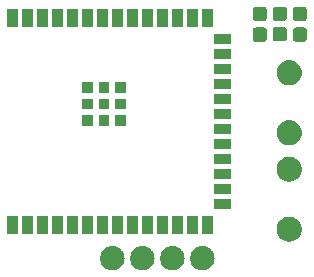
<source format=gbs>
G04 #@! TF.GenerationSoftware,KiCad,Pcbnew,8.0.1*
G04 #@! TF.CreationDate,2024-05-29T02:23:11-05:00*
G04 #@! TF.ProjectId,dsi_esp,6473695f-6573-4702-9e6b-696361645f70,1.0*
G04 #@! TF.SameCoordinates,Original*
G04 #@! TF.FileFunction,Soldermask,Bot*
G04 #@! TF.FilePolarity,Negative*
%FSLAX46Y46*%
G04 Gerber Fmt 4.6, Leading zero omitted, Abs format (unit mm)*
G04 Created by KiCad (PCBNEW 8.0.1) date 2024-05-29 02:23:11*
%MOMM*%
%LPD*%
G01*
G04 APERTURE LIST*
G04 APERTURE END LIST*
G36*
X126270523Y-62463576D02*
G01*
X126316037Y-62463576D01*
X126366723Y-62473050D01*
X126423167Y-62478610D01*
X126466046Y-62491617D01*
X126504850Y-62498871D01*
X126558597Y-62519692D01*
X126618527Y-62537872D01*
X126652764Y-62556172D01*
X126683951Y-62568254D01*
X126738140Y-62601807D01*
X126798571Y-62634108D01*
X126823962Y-62654946D01*
X126847259Y-62669371D01*
X126898876Y-62716426D01*
X126956381Y-62763619D01*
X126973421Y-62784382D01*
X126989209Y-62798775D01*
X127035042Y-62859468D01*
X127085892Y-62921429D01*
X127095725Y-62939826D01*
X127104961Y-62952056D01*
X127141700Y-63025839D01*
X127182128Y-63101473D01*
X127186440Y-63115687D01*
X127190577Y-63123996D01*
X127215017Y-63209894D01*
X127241390Y-63296833D01*
X127242256Y-63305628D01*
X127243141Y-63308738D01*
X127252340Y-63408013D01*
X127261400Y-63500000D01*
X127252339Y-63591994D01*
X127243141Y-63691261D01*
X127242256Y-63694369D01*
X127241390Y-63703167D01*
X127215012Y-63790120D01*
X127190577Y-63876003D01*
X127186440Y-63884309D01*
X127182128Y-63898527D01*
X127141693Y-63974174D01*
X127104961Y-64047943D01*
X127095727Y-64060170D01*
X127085892Y-64078571D01*
X127035032Y-64140543D01*
X126989209Y-64201224D01*
X126973424Y-64215613D01*
X126956381Y-64236381D01*
X126898865Y-64283582D01*
X126847259Y-64330628D01*
X126823967Y-64345049D01*
X126798571Y-64365892D01*
X126738128Y-64398199D01*
X126683951Y-64431745D01*
X126652771Y-64443823D01*
X126618527Y-64462128D01*
X126558585Y-64480311D01*
X126504850Y-64501128D01*
X126466053Y-64508380D01*
X126423167Y-64521390D01*
X126366720Y-64526949D01*
X126316037Y-64536424D01*
X126270523Y-64536424D01*
X126220000Y-64541400D01*
X126169477Y-64536424D01*
X126123963Y-64536424D01*
X126073279Y-64526949D01*
X126016833Y-64521390D01*
X125973947Y-64508380D01*
X125935149Y-64501128D01*
X125881410Y-64480309D01*
X125821473Y-64462128D01*
X125787230Y-64443825D01*
X125756048Y-64431745D01*
X125701863Y-64398195D01*
X125641429Y-64365892D01*
X125616035Y-64345051D01*
X125592740Y-64330628D01*
X125541124Y-64283574D01*
X125483619Y-64236381D01*
X125466578Y-64215617D01*
X125450790Y-64201224D01*
X125404954Y-64140528D01*
X125354108Y-64078571D01*
X125344274Y-64060174D01*
X125335038Y-64047943D01*
X125298291Y-63974147D01*
X125257872Y-63898527D01*
X125253560Y-63884314D01*
X125249422Y-63876003D01*
X125224971Y-63790067D01*
X125198610Y-63703167D01*
X125197744Y-63694375D01*
X125196858Y-63691261D01*
X125187643Y-63591822D01*
X125178600Y-63500000D01*
X125187642Y-63408185D01*
X125196858Y-63308738D01*
X125197744Y-63305623D01*
X125198610Y-63296833D01*
X125224966Y-63209947D01*
X125249422Y-63123996D01*
X125253561Y-63115682D01*
X125257872Y-63101473D01*
X125298284Y-63025866D01*
X125335038Y-62952056D01*
X125344276Y-62939821D01*
X125354108Y-62921429D01*
X125404945Y-62859483D01*
X125450790Y-62798775D01*
X125466581Y-62784378D01*
X125483619Y-62763619D01*
X125541113Y-62716434D01*
X125592740Y-62669371D01*
X125616040Y-62654943D01*
X125641429Y-62634108D01*
X125701851Y-62601811D01*
X125756048Y-62568254D01*
X125787237Y-62556171D01*
X125821473Y-62537872D01*
X125881398Y-62519693D01*
X125935149Y-62498871D01*
X125973954Y-62491617D01*
X126016833Y-62478610D01*
X126073276Y-62473050D01*
X126123963Y-62463576D01*
X126169477Y-62463576D01*
X126220000Y-62458600D01*
X126270523Y-62463576D01*
G37*
G36*
X128810523Y-62463576D02*
G01*
X128856037Y-62463576D01*
X128906723Y-62473050D01*
X128963167Y-62478610D01*
X129006046Y-62491617D01*
X129044850Y-62498871D01*
X129098597Y-62519692D01*
X129158527Y-62537872D01*
X129192764Y-62556172D01*
X129223951Y-62568254D01*
X129278140Y-62601807D01*
X129338571Y-62634108D01*
X129363962Y-62654946D01*
X129387259Y-62669371D01*
X129438876Y-62716426D01*
X129496381Y-62763619D01*
X129513421Y-62784382D01*
X129529209Y-62798775D01*
X129575042Y-62859468D01*
X129625892Y-62921429D01*
X129635725Y-62939826D01*
X129644961Y-62952056D01*
X129681700Y-63025839D01*
X129722128Y-63101473D01*
X129726440Y-63115687D01*
X129730577Y-63123996D01*
X129755017Y-63209894D01*
X129781390Y-63296833D01*
X129782256Y-63305628D01*
X129783141Y-63308738D01*
X129792340Y-63408013D01*
X129801400Y-63500000D01*
X129792339Y-63591994D01*
X129783141Y-63691261D01*
X129782256Y-63694369D01*
X129781390Y-63703167D01*
X129755012Y-63790120D01*
X129730577Y-63876003D01*
X129726440Y-63884309D01*
X129722128Y-63898527D01*
X129681693Y-63974174D01*
X129644961Y-64047943D01*
X129635727Y-64060170D01*
X129625892Y-64078571D01*
X129575032Y-64140543D01*
X129529209Y-64201224D01*
X129513424Y-64215613D01*
X129496381Y-64236381D01*
X129438865Y-64283582D01*
X129387259Y-64330628D01*
X129363967Y-64345049D01*
X129338571Y-64365892D01*
X129278128Y-64398199D01*
X129223951Y-64431745D01*
X129192771Y-64443823D01*
X129158527Y-64462128D01*
X129098585Y-64480311D01*
X129044850Y-64501128D01*
X129006053Y-64508380D01*
X128963167Y-64521390D01*
X128906720Y-64526949D01*
X128856037Y-64536424D01*
X128810523Y-64536424D01*
X128760000Y-64541400D01*
X128709477Y-64536424D01*
X128663963Y-64536424D01*
X128613279Y-64526949D01*
X128556833Y-64521390D01*
X128513947Y-64508380D01*
X128475149Y-64501128D01*
X128421410Y-64480309D01*
X128361473Y-64462128D01*
X128327230Y-64443825D01*
X128296048Y-64431745D01*
X128241863Y-64398195D01*
X128181429Y-64365892D01*
X128156035Y-64345051D01*
X128132740Y-64330628D01*
X128081124Y-64283574D01*
X128023619Y-64236381D01*
X128006578Y-64215617D01*
X127990790Y-64201224D01*
X127944954Y-64140528D01*
X127894108Y-64078571D01*
X127884274Y-64060174D01*
X127875038Y-64047943D01*
X127838291Y-63974147D01*
X127797872Y-63898527D01*
X127793560Y-63884314D01*
X127789422Y-63876003D01*
X127764971Y-63790067D01*
X127738610Y-63703167D01*
X127737744Y-63694375D01*
X127736858Y-63691261D01*
X127727643Y-63591822D01*
X127718600Y-63500000D01*
X127727642Y-63408185D01*
X127736858Y-63308738D01*
X127737744Y-63305623D01*
X127738610Y-63296833D01*
X127764966Y-63209947D01*
X127789422Y-63123996D01*
X127793561Y-63115682D01*
X127797872Y-63101473D01*
X127838284Y-63025866D01*
X127875038Y-62952056D01*
X127884276Y-62939821D01*
X127894108Y-62921429D01*
X127944945Y-62859483D01*
X127990790Y-62798775D01*
X128006581Y-62784378D01*
X128023619Y-62763619D01*
X128081113Y-62716434D01*
X128132740Y-62669371D01*
X128156040Y-62654943D01*
X128181429Y-62634108D01*
X128241851Y-62601811D01*
X128296048Y-62568254D01*
X128327237Y-62556171D01*
X128361473Y-62537872D01*
X128421398Y-62519693D01*
X128475149Y-62498871D01*
X128513954Y-62491617D01*
X128556833Y-62478610D01*
X128613276Y-62473050D01*
X128663963Y-62463576D01*
X128709477Y-62463576D01*
X128760000Y-62458600D01*
X128810523Y-62463576D01*
G37*
G36*
X131350523Y-62463576D02*
G01*
X131396037Y-62463576D01*
X131446723Y-62473050D01*
X131503167Y-62478610D01*
X131546046Y-62491617D01*
X131584850Y-62498871D01*
X131638597Y-62519692D01*
X131698527Y-62537872D01*
X131732764Y-62556172D01*
X131763951Y-62568254D01*
X131818140Y-62601807D01*
X131878571Y-62634108D01*
X131903962Y-62654946D01*
X131927259Y-62669371D01*
X131978876Y-62716426D01*
X132036381Y-62763619D01*
X132053421Y-62784382D01*
X132069209Y-62798775D01*
X132115042Y-62859468D01*
X132165892Y-62921429D01*
X132175725Y-62939826D01*
X132184961Y-62952056D01*
X132221700Y-63025839D01*
X132262128Y-63101473D01*
X132266440Y-63115687D01*
X132270577Y-63123996D01*
X132295017Y-63209894D01*
X132321390Y-63296833D01*
X132322256Y-63305628D01*
X132323141Y-63308738D01*
X132332340Y-63408013D01*
X132341400Y-63500000D01*
X132332339Y-63591994D01*
X132323141Y-63691261D01*
X132322256Y-63694369D01*
X132321390Y-63703167D01*
X132295012Y-63790120D01*
X132270577Y-63876003D01*
X132266440Y-63884309D01*
X132262128Y-63898527D01*
X132221693Y-63974174D01*
X132184961Y-64047943D01*
X132175727Y-64060170D01*
X132165892Y-64078571D01*
X132115032Y-64140543D01*
X132069209Y-64201224D01*
X132053424Y-64215613D01*
X132036381Y-64236381D01*
X131978865Y-64283582D01*
X131927259Y-64330628D01*
X131903967Y-64345049D01*
X131878571Y-64365892D01*
X131818128Y-64398199D01*
X131763951Y-64431745D01*
X131732771Y-64443823D01*
X131698527Y-64462128D01*
X131638585Y-64480311D01*
X131584850Y-64501128D01*
X131546053Y-64508380D01*
X131503167Y-64521390D01*
X131446720Y-64526949D01*
X131396037Y-64536424D01*
X131350523Y-64536424D01*
X131300000Y-64541400D01*
X131249477Y-64536424D01*
X131203963Y-64536424D01*
X131153279Y-64526949D01*
X131096833Y-64521390D01*
X131053947Y-64508380D01*
X131015149Y-64501128D01*
X130961410Y-64480309D01*
X130901473Y-64462128D01*
X130867230Y-64443825D01*
X130836048Y-64431745D01*
X130781863Y-64398195D01*
X130721429Y-64365892D01*
X130696035Y-64345051D01*
X130672740Y-64330628D01*
X130621124Y-64283574D01*
X130563619Y-64236381D01*
X130546578Y-64215617D01*
X130530790Y-64201224D01*
X130484954Y-64140528D01*
X130434108Y-64078571D01*
X130424274Y-64060174D01*
X130415038Y-64047943D01*
X130378291Y-63974147D01*
X130337872Y-63898527D01*
X130333560Y-63884314D01*
X130329422Y-63876003D01*
X130304971Y-63790067D01*
X130278610Y-63703167D01*
X130277744Y-63694375D01*
X130276858Y-63691261D01*
X130267643Y-63591822D01*
X130258600Y-63500000D01*
X130267642Y-63408185D01*
X130276858Y-63308738D01*
X130277744Y-63305623D01*
X130278610Y-63296833D01*
X130304966Y-63209947D01*
X130329422Y-63123996D01*
X130333561Y-63115682D01*
X130337872Y-63101473D01*
X130378284Y-63025866D01*
X130415038Y-62952056D01*
X130424276Y-62939821D01*
X130434108Y-62921429D01*
X130484945Y-62859483D01*
X130530790Y-62798775D01*
X130546581Y-62784378D01*
X130563619Y-62763619D01*
X130621113Y-62716434D01*
X130672740Y-62669371D01*
X130696040Y-62654943D01*
X130721429Y-62634108D01*
X130781851Y-62601811D01*
X130836048Y-62568254D01*
X130867237Y-62556171D01*
X130901473Y-62537872D01*
X130961398Y-62519693D01*
X131015149Y-62498871D01*
X131053954Y-62491617D01*
X131096833Y-62478610D01*
X131153276Y-62473050D01*
X131203963Y-62463576D01*
X131249477Y-62463576D01*
X131300000Y-62458600D01*
X131350523Y-62463576D01*
G37*
G36*
X133890523Y-62463576D02*
G01*
X133936037Y-62463576D01*
X133986723Y-62473050D01*
X134043167Y-62478610D01*
X134086046Y-62491617D01*
X134124850Y-62498871D01*
X134178597Y-62519692D01*
X134238527Y-62537872D01*
X134272764Y-62556172D01*
X134303951Y-62568254D01*
X134358140Y-62601807D01*
X134418571Y-62634108D01*
X134443962Y-62654946D01*
X134467259Y-62669371D01*
X134518876Y-62716426D01*
X134576381Y-62763619D01*
X134593421Y-62784382D01*
X134609209Y-62798775D01*
X134655042Y-62859468D01*
X134705892Y-62921429D01*
X134715725Y-62939826D01*
X134724961Y-62952056D01*
X134761700Y-63025839D01*
X134802128Y-63101473D01*
X134806440Y-63115687D01*
X134810577Y-63123996D01*
X134835017Y-63209894D01*
X134861390Y-63296833D01*
X134862256Y-63305628D01*
X134863141Y-63308738D01*
X134872340Y-63408013D01*
X134881400Y-63500000D01*
X134872339Y-63591994D01*
X134863141Y-63691261D01*
X134862256Y-63694369D01*
X134861390Y-63703167D01*
X134835012Y-63790120D01*
X134810577Y-63876003D01*
X134806440Y-63884309D01*
X134802128Y-63898527D01*
X134761693Y-63974174D01*
X134724961Y-64047943D01*
X134715727Y-64060170D01*
X134705892Y-64078571D01*
X134655032Y-64140543D01*
X134609209Y-64201224D01*
X134593424Y-64215613D01*
X134576381Y-64236381D01*
X134518865Y-64283582D01*
X134467259Y-64330628D01*
X134443967Y-64345049D01*
X134418571Y-64365892D01*
X134358128Y-64398199D01*
X134303951Y-64431745D01*
X134272771Y-64443823D01*
X134238527Y-64462128D01*
X134178585Y-64480311D01*
X134124850Y-64501128D01*
X134086053Y-64508380D01*
X134043167Y-64521390D01*
X133986720Y-64526949D01*
X133936037Y-64536424D01*
X133890523Y-64536424D01*
X133840000Y-64541400D01*
X133789477Y-64536424D01*
X133743963Y-64536424D01*
X133693279Y-64526949D01*
X133636833Y-64521390D01*
X133593947Y-64508380D01*
X133555149Y-64501128D01*
X133501410Y-64480309D01*
X133441473Y-64462128D01*
X133407230Y-64443825D01*
X133376048Y-64431745D01*
X133321863Y-64398195D01*
X133261429Y-64365892D01*
X133236035Y-64345051D01*
X133212740Y-64330628D01*
X133161124Y-64283574D01*
X133103619Y-64236381D01*
X133086578Y-64215617D01*
X133070790Y-64201224D01*
X133024954Y-64140528D01*
X132974108Y-64078571D01*
X132964274Y-64060174D01*
X132955038Y-64047943D01*
X132918291Y-63974147D01*
X132877872Y-63898527D01*
X132873560Y-63884314D01*
X132869422Y-63876003D01*
X132844971Y-63790067D01*
X132818610Y-63703167D01*
X132817744Y-63694375D01*
X132816858Y-63691261D01*
X132807643Y-63591822D01*
X132798600Y-63500000D01*
X132807642Y-63408185D01*
X132816858Y-63308738D01*
X132817744Y-63305623D01*
X132818610Y-63296833D01*
X132844966Y-63209947D01*
X132869422Y-63123996D01*
X132873561Y-63115682D01*
X132877872Y-63101473D01*
X132918284Y-63025866D01*
X132955038Y-62952056D01*
X132964276Y-62939821D01*
X132974108Y-62921429D01*
X133024945Y-62859483D01*
X133070790Y-62798775D01*
X133086581Y-62784378D01*
X133103619Y-62763619D01*
X133161113Y-62716434D01*
X133212740Y-62669371D01*
X133236040Y-62654943D01*
X133261429Y-62634108D01*
X133321851Y-62601811D01*
X133376048Y-62568254D01*
X133407237Y-62556171D01*
X133441473Y-62537872D01*
X133501398Y-62519693D01*
X133555149Y-62498871D01*
X133593954Y-62491617D01*
X133636833Y-62478610D01*
X133693276Y-62473050D01*
X133743963Y-62463576D01*
X133789477Y-62463576D01*
X133840000Y-62458600D01*
X133890523Y-62463576D01*
G37*
G36*
X141251619Y-59978284D02*
G01*
X141298381Y-59978284D01*
X141350458Y-59988018D01*
X141408122Y-59993698D01*
X141451926Y-60006985D01*
X141491798Y-60014439D01*
X141547020Y-60035832D01*
X141608247Y-60054405D01*
X141643229Y-60073103D01*
X141675275Y-60085518D01*
X141730957Y-60119995D01*
X141792682Y-60152988D01*
X141818617Y-60174272D01*
X141842566Y-60189101D01*
X141895625Y-60237470D01*
X141954342Y-60285658D01*
X141971742Y-60306860D01*
X141987980Y-60321663D01*
X142035122Y-60384090D01*
X142087012Y-60447318D01*
X142097046Y-60466090D01*
X142106554Y-60478681D01*
X142144372Y-60554631D01*
X142185595Y-60631753D01*
X142189992Y-60646249D01*
X142194262Y-60654824D01*
X142219488Y-60743484D01*
X142246302Y-60831878D01*
X142247182Y-60840819D01*
X142248108Y-60844072D01*
X142257735Y-60947960D01*
X142266800Y-61040000D01*
X142257734Y-61132046D01*
X142248108Y-61235927D01*
X142247182Y-61239178D01*
X142246302Y-61248122D01*
X142219483Y-61336531D01*
X142194262Y-61425175D01*
X142189993Y-61433747D01*
X142185595Y-61448247D01*
X142144365Y-61525382D01*
X142106554Y-61601318D01*
X142097048Y-61613905D01*
X142087012Y-61632682D01*
X142035113Y-61695921D01*
X141987980Y-61758336D01*
X141971745Y-61773135D01*
X141954342Y-61794342D01*
X141895614Y-61842538D01*
X141842566Y-61890898D01*
X141818622Y-61905723D01*
X141792682Y-61927012D01*
X141730945Y-61960010D01*
X141675275Y-61994481D01*
X141643235Y-62006892D01*
X141608247Y-62025595D01*
X141547008Y-62044171D01*
X141491798Y-62065560D01*
X141451933Y-62073011D01*
X141408122Y-62086302D01*
X141350455Y-62091981D01*
X141298381Y-62101716D01*
X141251619Y-62101716D01*
X141200000Y-62106800D01*
X141148381Y-62101716D01*
X141101619Y-62101716D01*
X141049544Y-62091981D01*
X140991878Y-62086302D01*
X140948067Y-62073012D01*
X140908201Y-62065560D01*
X140852986Y-62044169D01*
X140791753Y-62025595D01*
X140756766Y-62006894D01*
X140724724Y-61994481D01*
X140669046Y-61960006D01*
X140607318Y-61927012D01*
X140581380Y-61905725D01*
X140557433Y-61890898D01*
X140504375Y-61842530D01*
X140445658Y-61794342D01*
X140428257Y-61773139D01*
X140412019Y-61758336D01*
X140364874Y-61695906D01*
X140312988Y-61632682D01*
X140302954Y-61613910D01*
X140293445Y-61601318D01*
X140255620Y-61525354D01*
X140214405Y-61448247D01*
X140210008Y-61433753D01*
X140205737Y-61425175D01*
X140180500Y-61336477D01*
X140153698Y-61248122D01*
X140152817Y-61239183D01*
X140151891Y-61235927D01*
X140142248Y-61131874D01*
X140133200Y-61040000D01*
X140142248Y-60948132D01*
X140151891Y-60844072D01*
X140152817Y-60840814D01*
X140153698Y-60831878D01*
X140180495Y-60743537D01*
X140205737Y-60654824D01*
X140210009Y-60646244D01*
X140214405Y-60631753D01*
X140255612Y-60554658D01*
X140293445Y-60478681D01*
X140302956Y-60466086D01*
X140312988Y-60447318D01*
X140364864Y-60384105D01*
X140412019Y-60321663D01*
X140428260Y-60306856D01*
X140445658Y-60285658D01*
X140504364Y-60237478D01*
X140557433Y-60189101D01*
X140581385Y-60174270D01*
X140607318Y-60152988D01*
X140669035Y-60119999D01*
X140724724Y-60085518D01*
X140756773Y-60073102D01*
X140791753Y-60054405D01*
X140852974Y-60035833D01*
X140908201Y-60014439D01*
X140948074Y-60006985D01*
X140991878Y-59993698D01*
X141049541Y-59988018D01*
X141101619Y-59978284D01*
X141148381Y-59978284D01*
X141200000Y-59973200D01*
X141251619Y-59978284D01*
G37*
G36*
X118250000Y-61450000D02*
G01*
X117350000Y-61450000D01*
X117350000Y-59950000D01*
X118250000Y-59950000D01*
X118250000Y-61450000D01*
G37*
G36*
X119520000Y-61450000D02*
G01*
X118620000Y-61450000D01*
X118620000Y-59950000D01*
X119520000Y-59950000D01*
X119520000Y-61450000D01*
G37*
G36*
X120790000Y-61450000D02*
G01*
X119890000Y-61450000D01*
X119890000Y-59950000D01*
X120790000Y-59950000D01*
X120790000Y-61450000D01*
G37*
G36*
X122060000Y-61450000D02*
G01*
X121160000Y-61450000D01*
X121160000Y-59950000D01*
X122060000Y-59950000D01*
X122060000Y-61450000D01*
G37*
G36*
X123330000Y-61450000D02*
G01*
X122430000Y-61450000D01*
X122430000Y-59950000D01*
X123330000Y-59950000D01*
X123330000Y-61450000D01*
G37*
G36*
X124600000Y-61450000D02*
G01*
X123700000Y-61450000D01*
X123700000Y-59950000D01*
X124600000Y-59950000D01*
X124600000Y-61450000D01*
G37*
G36*
X125870000Y-61450000D02*
G01*
X124970000Y-61450000D01*
X124970000Y-59950000D01*
X125870000Y-59950000D01*
X125870000Y-61450000D01*
G37*
G36*
X127140000Y-61450000D02*
G01*
X126240000Y-61450000D01*
X126240000Y-59950000D01*
X127140000Y-59950000D01*
X127140000Y-61450000D01*
G37*
G36*
X128410000Y-61450000D02*
G01*
X127510000Y-61450000D01*
X127510000Y-59950000D01*
X128410000Y-59950000D01*
X128410000Y-61450000D01*
G37*
G36*
X129680000Y-61450000D02*
G01*
X128780000Y-61450000D01*
X128780000Y-59950000D01*
X129680000Y-59950000D01*
X129680000Y-61450000D01*
G37*
G36*
X130950000Y-61450000D02*
G01*
X130050000Y-61450000D01*
X130050000Y-59950000D01*
X130950000Y-59950000D01*
X130950000Y-61450000D01*
G37*
G36*
X132220000Y-61450000D02*
G01*
X131320000Y-61450000D01*
X131320000Y-59950000D01*
X132220000Y-59950000D01*
X132220000Y-61450000D01*
G37*
G36*
X133490000Y-61450000D02*
G01*
X132590000Y-61450000D01*
X132590000Y-59950000D01*
X133490000Y-59950000D01*
X133490000Y-61450000D01*
G37*
G36*
X134760000Y-61450000D02*
G01*
X133860000Y-61450000D01*
X133860000Y-59950000D01*
X134760000Y-59950000D01*
X134760000Y-61450000D01*
G37*
G36*
X136310000Y-59385000D02*
G01*
X134810000Y-59385000D01*
X134810000Y-58485000D01*
X136310000Y-58485000D01*
X136310000Y-59385000D01*
G37*
G36*
X136310000Y-58115000D02*
G01*
X134810000Y-58115000D01*
X134810000Y-57215000D01*
X136310000Y-57215000D01*
X136310000Y-58115000D01*
G37*
G36*
X141251619Y-54898284D02*
G01*
X141298381Y-54898284D01*
X141350458Y-54908018D01*
X141408122Y-54913698D01*
X141451926Y-54926985D01*
X141491798Y-54934439D01*
X141547020Y-54955832D01*
X141608247Y-54974405D01*
X141643229Y-54993103D01*
X141675275Y-55005518D01*
X141730957Y-55039995D01*
X141792682Y-55072988D01*
X141818617Y-55094272D01*
X141842566Y-55109101D01*
X141895625Y-55157470D01*
X141954342Y-55205658D01*
X141971742Y-55226860D01*
X141987980Y-55241663D01*
X142035122Y-55304090D01*
X142087012Y-55367318D01*
X142097046Y-55386090D01*
X142106554Y-55398681D01*
X142144372Y-55474631D01*
X142185595Y-55551753D01*
X142189992Y-55566249D01*
X142194262Y-55574824D01*
X142219488Y-55663484D01*
X142246302Y-55751878D01*
X142247182Y-55760819D01*
X142248108Y-55764072D01*
X142257735Y-55867960D01*
X142266800Y-55960000D01*
X142257734Y-56052046D01*
X142248108Y-56155927D01*
X142247182Y-56159178D01*
X142246302Y-56168122D01*
X142219483Y-56256531D01*
X142194262Y-56345175D01*
X142189993Y-56353747D01*
X142185595Y-56368247D01*
X142144365Y-56445382D01*
X142106554Y-56521318D01*
X142097048Y-56533905D01*
X142087012Y-56552682D01*
X142035113Y-56615921D01*
X141987980Y-56678336D01*
X141971745Y-56693135D01*
X141954342Y-56714342D01*
X141895614Y-56762538D01*
X141842566Y-56810898D01*
X141818622Y-56825723D01*
X141792682Y-56847012D01*
X141730945Y-56880010D01*
X141675275Y-56914481D01*
X141643235Y-56926892D01*
X141608247Y-56945595D01*
X141547008Y-56964171D01*
X141491798Y-56985560D01*
X141451933Y-56993011D01*
X141408122Y-57006302D01*
X141350455Y-57011981D01*
X141298381Y-57021716D01*
X141251619Y-57021716D01*
X141200000Y-57026800D01*
X141148381Y-57021716D01*
X141101619Y-57021716D01*
X141049544Y-57011981D01*
X140991878Y-57006302D01*
X140948067Y-56993012D01*
X140908201Y-56985560D01*
X140852986Y-56964169D01*
X140791753Y-56945595D01*
X140756766Y-56926894D01*
X140724724Y-56914481D01*
X140669046Y-56880006D01*
X140607318Y-56847012D01*
X140581380Y-56825725D01*
X140557433Y-56810898D01*
X140504375Y-56762530D01*
X140445658Y-56714342D01*
X140428257Y-56693139D01*
X140412019Y-56678336D01*
X140364874Y-56615906D01*
X140312988Y-56552682D01*
X140302954Y-56533910D01*
X140293445Y-56521318D01*
X140255620Y-56445354D01*
X140214405Y-56368247D01*
X140210008Y-56353753D01*
X140205737Y-56345175D01*
X140180500Y-56256477D01*
X140153698Y-56168122D01*
X140152817Y-56159183D01*
X140151891Y-56155927D01*
X140142248Y-56051874D01*
X140133200Y-55960000D01*
X140142248Y-55868132D01*
X140151891Y-55764072D01*
X140152817Y-55760814D01*
X140153698Y-55751878D01*
X140180495Y-55663537D01*
X140205737Y-55574824D01*
X140210009Y-55566244D01*
X140214405Y-55551753D01*
X140255612Y-55474658D01*
X140293445Y-55398681D01*
X140302956Y-55386086D01*
X140312988Y-55367318D01*
X140364864Y-55304105D01*
X140412019Y-55241663D01*
X140428260Y-55226856D01*
X140445658Y-55205658D01*
X140504364Y-55157478D01*
X140557433Y-55109101D01*
X140581385Y-55094270D01*
X140607318Y-55072988D01*
X140669035Y-55039999D01*
X140724724Y-55005518D01*
X140756773Y-54993102D01*
X140791753Y-54974405D01*
X140852974Y-54955833D01*
X140908201Y-54934439D01*
X140948074Y-54926985D01*
X140991878Y-54913698D01*
X141049541Y-54908018D01*
X141101619Y-54898284D01*
X141148381Y-54898284D01*
X141200000Y-54893200D01*
X141251619Y-54898284D01*
G37*
G36*
X136310000Y-56845000D02*
G01*
X134810000Y-56845000D01*
X134810000Y-55945000D01*
X136310000Y-55945000D01*
X136310000Y-56845000D01*
G37*
G36*
X136310000Y-55575000D02*
G01*
X134810000Y-55575000D01*
X134810000Y-54675000D01*
X136310000Y-54675000D01*
X136310000Y-55575000D01*
G37*
G36*
X136310000Y-54305000D02*
G01*
X134810000Y-54305000D01*
X134810000Y-53405000D01*
X136310000Y-53405000D01*
X136310000Y-54305000D01*
G37*
G36*
X141251619Y-51818284D02*
G01*
X141298381Y-51818284D01*
X141350458Y-51828018D01*
X141408122Y-51833698D01*
X141451926Y-51846985D01*
X141491798Y-51854439D01*
X141547020Y-51875832D01*
X141608247Y-51894405D01*
X141643229Y-51913103D01*
X141675275Y-51925518D01*
X141730957Y-51959995D01*
X141792682Y-51992988D01*
X141818617Y-52014272D01*
X141842566Y-52029101D01*
X141895625Y-52077470D01*
X141954342Y-52125658D01*
X141971742Y-52146860D01*
X141987980Y-52161663D01*
X142035122Y-52224090D01*
X142087012Y-52287318D01*
X142097046Y-52306090D01*
X142106554Y-52318681D01*
X142144372Y-52394631D01*
X142185595Y-52471753D01*
X142189992Y-52486249D01*
X142194262Y-52494824D01*
X142219488Y-52583484D01*
X142246302Y-52671878D01*
X142247182Y-52680819D01*
X142248108Y-52684072D01*
X142257735Y-52787960D01*
X142266800Y-52880000D01*
X142257734Y-52972046D01*
X142248108Y-53075927D01*
X142247182Y-53079178D01*
X142246302Y-53088122D01*
X142219483Y-53176531D01*
X142194262Y-53265175D01*
X142189993Y-53273747D01*
X142185595Y-53288247D01*
X142144365Y-53365382D01*
X142106554Y-53441318D01*
X142097048Y-53453905D01*
X142087012Y-53472682D01*
X142035113Y-53535921D01*
X141987980Y-53598336D01*
X141971745Y-53613135D01*
X141954342Y-53634342D01*
X141895614Y-53682538D01*
X141842566Y-53730898D01*
X141818622Y-53745723D01*
X141792682Y-53767012D01*
X141730945Y-53800010D01*
X141675275Y-53834481D01*
X141643235Y-53846892D01*
X141608247Y-53865595D01*
X141547008Y-53884171D01*
X141491798Y-53905560D01*
X141451933Y-53913011D01*
X141408122Y-53926302D01*
X141350455Y-53931981D01*
X141298381Y-53941716D01*
X141251619Y-53941716D01*
X141200000Y-53946800D01*
X141148381Y-53941716D01*
X141101619Y-53941716D01*
X141049544Y-53931981D01*
X140991878Y-53926302D01*
X140948067Y-53913012D01*
X140908201Y-53905560D01*
X140852986Y-53884169D01*
X140791753Y-53865595D01*
X140756766Y-53846894D01*
X140724724Y-53834481D01*
X140669046Y-53800006D01*
X140607318Y-53767012D01*
X140581380Y-53745725D01*
X140557433Y-53730898D01*
X140504375Y-53682530D01*
X140445658Y-53634342D01*
X140428257Y-53613139D01*
X140412019Y-53598336D01*
X140364874Y-53535906D01*
X140312988Y-53472682D01*
X140302954Y-53453910D01*
X140293445Y-53441318D01*
X140255620Y-53365354D01*
X140214405Y-53288247D01*
X140210008Y-53273753D01*
X140205737Y-53265175D01*
X140180500Y-53176477D01*
X140153698Y-53088122D01*
X140152817Y-53079183D01*
X140151891Y-53075927D01*
X140142248Y-52971874D01*
X140133200Y-52880000D01*
X140142248Y-52788132D01*
X140151891Y-52684072D01*
X140152817Y-52680814D01*
X140153698Y-52671878D01*
X140180495Y-52583537D01*
X140205737Y-52494824D01*
X140210009Y-52486244D01*
X140214405Y-52471753D01*
X140255612Y-52394658D01*
X140293445Y-52318681D01*
X140302956Y-52306086D01*
X140312988Y-52287318D01*
X140364864Y-52224105D01*
X140412019Y-52161663D01*
X140428260Y-52146856D01*
X140445658Y-52125658D01*
X140504364Y-52077478D01*
X140557433Y-52029101D01*
X140581385Y-52014270D01*
X140607318Y-51992988D01*
X140669035Y-51959999D01*
X140724724Y-51925518D01*
X140756773Y-51913102D01*
X140791753Y-51894405D01*
X140852974Y-51875833D01*
X140908201Y-51854439D01*
X140948074Y-51846985D01*
X140991878Y-51833698D01*
X141049541Y-51828018D01*
X141101619Y-51818284D01*
X141148381Y-51818284D01*
X141200000Y-51813200D01*
X141251619Y-51818284D01*
G37*
G36*
X136310000Y-53035000D02*
G01*
X134810000Y-53035000D01*
X134810000Y-52135000D01*
X136310000Y-52135000D01*
X136310000Y-53035000D01*
G37*
G36*
X124570000Y-52300000D02*
G01*
X123670000Y-52300000D01*
X123670000Y-51400000D01*
X124570000Y-51400000D01*
X124570000Y-52300000D01*
G37*
G36*
X125970000Y-52300000D02*
G01*
X125070000Y-52300000D01*
X125070000Y-51400000D01*
X125970000Y-51400000D01*
X125970000Y-52300000D01*
G37*
G36*
X127370000Y-52300000D02*
G01*
X126470000Y-52300000D01*
X126470000Y-51400000D01*
X127370000Y-51400000D01*
X127370000Y-52300000D01*
G37*
G36*
X136310000Y-51765000D02*
G01*
X134810000Y-51765000D01*
X134810000Y-50865000D01*
X136310000Y-50865000D01*
X136310000Y-51765000D01*
G37*
G36*
X124570000Y-50900000D02*
G01*
X123670000Y-50900000D01*
X123670000Y-50000000D01*
X124570000Y-50000000D01*
X124570000Y-50900000D01*
G37*
G36*
X125970000Y-50900000D02*
G01*
X125070000Y-50900000D01*
X125070000Y-50000000D01*
X125970000Y-50000000D01*
X125970000Y-50900000D01*
G37*
G36*
X127370000Y-50900000D02*
G01*
X126470000Y-50900000D01*
X126470000Y-50000000D01*
X127370000Y-50000000D01*
X127370000Y-50900000D01*
G37*
G36*
X136310000Y-50495000D02*
G01*
X134810000Y-50495000D01*
X134810000Y-49595000D01*
X136310000Y-49595000D01*
X136310000Y-50495000D01*
G37*
G36*
X124570000Y-49500000D02*
G01*
X123670000Y-49500000D01*
X123670000Y-48600000D01*
X124570000Y-48600000D01*
X124570000Y-49500000D01*
G37*
G36*
X125970000Y-49500000D02*
G01*
X125070000Y-49500000D01*
X125070000Y-48600000D01*
X125970000Y-48600000D01*
X125970000Y-49500000D01*
G37*
G36*
X127370000Y-49500000D02*
G01*
X126470000Y-49500000D01*
X126470000Y-48600000D01*
X127370000Y-48600000D01*
X127370000Y-49500000D01*
G37*
G36*
X136310000Y-49225000D02*
G01*
X134810000Y-49225000D01*
X134810000Y-48325000D01*
X136310000Y-48325000D01*
X136310000Y-49225000D01*
G37*
G36*
X141251619Y-46738284D02*
G01*
X141298381Y-46738284D01*
X141350458Y-46748018D01*
X141408122Y-46753698D01*
X141451926Y-46766985D01*
X141491798Y-46774439D01*
X141547020Y-46795832D01*
X141608247Y-46814405D01*
X141643229Y-46833103D01*
X141675275Y-46845518D01*
X141730957Y-46879995D01*
X141792682Y-46912988D01*
X141818617Y-46934272D01*
X141842566Y-46949101D01*
X141895625Y-46997470D01*
X141954342Y-47045658D01*
X141971742Y-47066860D01*
X141987980Y-47081663D01*
X142035122Y-47144090D01*
X142087012Y-47207318D01*
X142097046Y-47226090D01*
X142106554Y-47238681D01*
X142144372Y-47314631D01*
X142185595Y-47391753D01*
X142189992Y-47406249D01*
X142194262Y-47414824D01*
X142219488Y-47503484D01*
X142246302Y-47591878D01*
X142247182Y-47600819D01*
X142248108Y-47604072D01*
X142257735Y-47707960D01*
X142266800Y-47800000D01*
X142257734Y-47892046D01*
X142248108Y-47995927D01*
X142247182Y-47999178D01*
X142246302Y-48008122D01*
X142219483Y-48096531D01*
X142194262Y-48185175D01*
X142189993Y-48193747D01*
X142185595Y-48208247D01*
X142144365Y-48285382D01*
X142106554Y-48361318D01*
X142097048Y-48373905D01*
X142087012Y-48392682D01*
X142035113Y-48455921D01*
X141987980Y-48518336D01*
X141971745Y-48533135D01*
X141954342Y-48554342D01*
X141895614Y-48602538D01*
X141842566Y-48650898D01*
X141818622Y-48665723D01*
X141792682Y-48687012D01*
X141730945Y-48720010D01*
X141675275Y-48754481D01*
X141643235Y-48766892D01*
X141608247Y-48785595D01*
X141547008Y-48804171D01*
X141491798Y-48825560D01*
X141451933Y-48833011D01*
X141408122Y-48846302D01*
X141350455Y-48851981D01*
X141298381Y-48861716D01*
X141251619Y-48861716D01*
X141200000Y-48866800D01*
X141148381Y-48861716D01*
X141101619Y-48861716D01*
X141049544Y-48851981D01*
X140991878Y-48846302D01*
X140948067Y-48833012D01*
X140908201Y-48825560D01*
X140852986Y-48804169D01*
X140791753Y-48785595D01*
X140756766Y-48766894D01*
X140724724Y-48754481D01*
X140669046Y-48720006D01*
X140607318Y-48687012D01*
X140581380Y-48665725D01*
X140557433Y-48650898D01*
X140504375Y-48602530D01*
X140445658Y-48554342D01*
X140428257Y-48533139D01*
X140412019Y-48518336D01*
X140364874Y-48455906D01*
X140312988Y-48392682D01*
X140302954Y-48373910D01*
X140293445Y-48361318D01*
X140255620Y-48285354D01*
X140214405Y-48208247D01*
X140210008Y-48193753D01*
X140205737Y-48185175D01*
X140180500Y-48096477D01*
X140153698Y-48008122D01*
X140152817Y-47999183D01*
X140151891Y-47995927D01*
X140142248Y-47891874D01*
X140133200Y-47800000D01*
X140142248Y-47708132D01*
X140151891Y-47604072D01*
X140152817Y-47600814D01*
X140153698Y-47591878D01*
X140180495Y-47503537D01*
X140205737Y-47414824D01*
X140210009Y-47406244D01*
X140214405Y-47391753D01*
X140255612Y-47314658D01*
X140293445Y-47238681D01*
X140302956Y-47226086D01*
X140312988Y-47207318D01*
X140364864Y-47144105D01*
X140412019Y-47081663D01*
X140428260Y-47066856D01*
X140445658Y-47045658D01*
X140504364Y-46997478D01*
X140557433Y-46949101D01*
X140581385Y-46934270D01*
X140607318Y-46912988D01*
X140669035Y-46879999D01*
X140724724Y-46845518D01*
X140756773Y-46833102D01*
X140791753Y-46814405D01*
X140852974Y-46795833D01*
X140908201Y-46774439D01*
X140948074Y-46766985D01*
X140991878Y-46753698D01*
X141049541Y-46748018D01*
X141101619Y-46738284D01*
X141148381Y-46738284D01*
X141200000Y-46733200D01*
X141251619Y-46738284D01*
G37*
G36*
X136310000Y-47955000D02*
G01*
X134810000Y-47955000D01*
X134810000Y-47055000D01*
X136310000Y-47055000D01*
X136310000Y-47955000D01*
G37*
G36*
X136310000Y-46685000D02*
G01*
X134810000Y-46685000D01*
X134810000Y-45785000D01*
X136310000Y-45785000D01*
X136310000Y-46685000D01*
G37*
G36*
X136310000Y-45415000D02*
G01*
X134810000Y-45415000D01*
X134810000Y-44515000D01*
X136310000Y-44515000D01*
X136310000Y-45415000D01*
G37*
G36*
X139074792Y-43980331D02*
G01*
X139120106Y-43986933D01*
X139128424Y-43990999D01*
X139146283Y-43994552D01*
X139175162Y-44013848D01*
X139195193Y-44023641D01*
X139206016Y-44034464D01*
X139227908Y-44049092D01*
X139242535Y-44070983D01*
X139253358Y-44081806D01*
X139263149Y-44101834D01*
X139282448Y-44130717D01*
X139286000Y-44148577D01*
X139290066Y-44156893D01*
X139296665Y-44202194D01*
X139301600Y-44227000D01*
X139301600Y-44927000D01*
X139296664Y-44951811D01*
X139290066Y-44997106D01*
X139286000Y-45005421D01*
X139282448Y-45023283D01*
X139263147Y-45052168D01*
X139253358Y-45072193D01*
X139242537Y-45083013D01*
X139227908Y-45104908D01*
X139206013Y-45119537D01*
X139195193Y-45130358D01*
X139175168Y-45140147D01*
X139146283Y-45159448D01*
X139128421Y-45163000D01*
X139120106Y-45167066D01*
X139074808Y-45173665D01*
X139050000Y-45178600D01*
X138350000Y-45178600D01*
X138325190Y-45173665D01*
X138279893Y-45167066D01*
X138271577Y-45163000D01*
X138253717Y-45159448D01*
X138224834Y-45140149D01*
X138204806Y-45130358D01*
X138193983Y-45119535D01*
X138172092Y-45104908D01*
X138157464Y-45083016D01*
X138146641Y-45072193D01*
X138136848Y-45052162D01*
X138117552Y-45023283D01*
X138113999Y-45005424D01*
X138109933Y-44997106D01*
X138103331Y-44951789D01*
X138098400Y-44927000D01*
X138098400Y-44227000D01*
X138103331Y-44202209D01*
X138109933Y-44156893D01*
X138114000Y-44148573D01*
X138117552Y-44130717D01*
X138136846Y-44101840D01*
X138146641Y-44081806D01*
X138157466Y-44070980D01*
X138172092Y-44049092D01*
X138193980Y-44034466D01*
X138204806Y-44023641D01*
X138224840Y-44013846D01*
X138253717Y-43994552D01*
X138271573Y-43991000D01*
X138279893Y-43986933D01*
X138325212Y-43980330D01*
X138350000Y-43975400D01*
X139050000Y-43975400D01*
X139074792Y-43980331D01*
G37*
G36*
X142474792Y-43980331D02*
G01*
X142520106Y-43986933D01*
X142528424Y-43990999D01*
X142546283Y-43994552D01*
X142575162Y-44013848D01*
X142595193Y-44023641D01*
X142606016Y-44034464D01*
X142627908Y-44049092D01*
X142642535Y-44070983D01*
X142653358Y-44081806D01*
X142663149Y-44101834D01*
X142682448Y-44130717D01*
X142686000Y-44148577D01*
X142690066Y-44156893D01*
X142696665Y-44202194D01*
X142701600Y-44227000D01*
X142701600Y-44927000D01*
X142696664Y-44951811D01*
X142690066Y-44997106D01*
X142686000Y-45005421D01*
X142682448Y-45023283D01*
X142663147Y-45052168D01*
X142653358Y-45072193D01*
X142642537Y-45083013D01*
X142627908Y-45104908D01*
X142606013Y-45119537D01*
X142595193Y-45130358D01*
X142575168Y-45140147D01*
X142546283Y-45159448D01*
X142528421Y-45163000D01*
X142520106Y-45167066D01*
X142474808Y-45173665D01*
X142450000Y-45178600D01*
X141750000Y-45178600D01*
X141725190Y-45173665D01*
X141679893Y-45167066D01*
X141671577Y-45163000D01*
X141653717Y-45159448D01*
X141624834Y-45140149D01*
X141604806Y-45130358D01*
X141593983Y-45119535D01*
X141572092Y-45104908D01*
X141557464Y-45083016D01*
X141546641Y-45072193D01*
X141536848Y-45052162D01*
X141517552Y-45023283D01*
X141513999Y-45005424D01*
X141509933Y-44997106D01*
X141503331Y-44951789D01*
X141498400Y-44927000D01*
X141498400Y-44227000D01*
X141503331Y-44202209D01*
X141509933Y-44156893D01*
X141514000Y-44148573D01*
X141517552Y-44130717D01*
X141536846Y-44101840D01*
X141546641Y-44081806D01*
X141557466Y-44070980D01*
X141572092Y-44049092D01*
X141593980Y-44034466D01*
X141604806Y-44023641D01*
X141624840Y-44013846D01*
X141653717Y-43994552D01*
X141671573Y-43991000D01*
X141679893Y-43986933D01*
X141725212Y-43980330D01*
X141750000Y-43975400D01*
X142450000Y-43975400D01*
X142474792Y-43980331D01*
G37*
G36*
X140774792Y-43957331D02*
G01*
X140820106Y-43963933D01*
X140828424Y-43967999D01*
X140846283Y-43971552D01*
X140875162Y-43990848D01*
X140895193Y-44000641D01*
X140906016Y-44011464D01*
X140927908Y-44026092D01*
X140942535Y-44047983D01*
X140953358Y-44058806D01*
X140963149Y-44078834D01*
X140982448Y-44107717D01*
X140986000Y-44125577D01*
X140990066Y-44133893D01*
X140996665Y-44179194D01*
X141001600Y-44204000D01*
X141001600Y-44904000D01*
X140996664Y-44928811D01*
X140990066Y-44974106D01*
X140986000Y-44982421D01*
X140982448Y-45000283D01*
X140963147Y-45029168D01*
X140953358Y-45049193D01*
X140942537Y-45060013D01*
X140927908Y-45081908D01*
X140906013Y-45096537D01*
X140895193Y-45107358D01*
X140875168Y-45117147D01*
X140846283Y-45136448D01*
X140828421Y-45140000D01*
X140820106Y-45144066D01*
X140774808Y-45150665D01*
X140750000Y-45155600D01*
X140050000Y-45155600D01*
X140025190Y-45150665D01*
X139979893Y-45144066D01*
X139971577Y-45140000D01*
X139953717Y-45136448D01*
X139924834Y-45117149D01*
X139904806Y-45107358D01*
X139893983Y-45096535D01*
X139872092Y-45081908D01*
X139857464Y-45060016D01*
X139846641Y-45049193D01*
X139836848Y-45029162D01*
X139817552Y-45000283D01*
X139813999Y-44982424D01*
X139809933Y-44974106D01*
X139803331Y-44928789D01*
X139798400Y-44904000D01*
X139798400Y-44204000D01*
X139803331Y-44179209D01*
X139809933Y-44133893D01*
X139814000Y-44125573D01*
X139817552Y-44107717D01*
X139836846Y-44078840D01*
X139846641Y-44058806D01*
X139857466Y-44047980D01*
X139872092Y-44026092D01*
X139893980Y-44011466D01*
X139904806Y-44000641D01*
X139924840Y-43990846D01*
X139953717Y-43971552D01*
X139971573Y-43968000D01*
X139979893Y-43963933D01*
X140025212Y-43957330D01*
X140050000Y-43952400D01*
X140750000Y-43952400D01*
X140774792Y-43957331D01*
G37*
G36*
X118250000Y-43950000D02*
G01*
X117350000Y-43950000D01*
X117350000Y-42450000D01*
X118250000Y-42450000D01*
X118250000Y-43950000D01*
G37*
G36*
X119520000Y-43950000D02*
G01*
X118620000Y-43950000D01*
X118620000Y-42450000D01*
X119520000Y-42450000D01*
X119520000Y-43950000D01*
G37*
G36*
X120790000Y-43950000D02*
G01*
X119890000Y-43950000D01*
X119890000Y-42450000D01*
X120790000Y-42450000D01*
X120790000Y-43950000D01*
G37*
G36*
X122060000Y-43950000D02*
G01*
X121160000Y-43950000D01*
X121160000Y-42450000D01*
X122060000Y-42450000D01*
X122060000Y-43950000D01*
G37*
G36*
X123330000Y-43950000D02*
G01*
X122430000Y-43950000D01*
X122430000Y-42450000D01*
X123330000Y-42450000D01*
X123330000Y-43950000D01*
G37*
G36*
X124600000Y-43950000D02*
G01*
X123700000Y-43950000D01*
X123700000Y-42450000D01*
X124600000Y-42450000D01*
X124600000Y-43950000D01*
G37*
G36*
X125870000Y-43950000D02*
G01*
X124970000Y-43950000D01*
X124970000Y-42450000D01*
X125870000Y-42450000D01*
X125870000Y-43950000D01*
G37*
G36*
X127140000Y-43950000D02*
G01*
X126240000Y-43950000D01*
X126240000Y-42450000D01*
X127140000Y-42450000D01*
X127140000Y-43950000D01*
G37*
G36*
X128410000Y-43950000D02*
G01*
X127510000Y-43950000D01*
X127510000Y-42450000D01*
X128410000Y-42450000D01*
X128410000Y-43950000D01*
G37*
G36*
X129680000Y-43950000D02*
G01*
X128780000Y-43950000D01*
X128780000Y-42450000D01*
X129680000Y-42450000D01*
X129680000Y-43950000D01*
G37*
G36*
X130950000Y-43950000D02*
G01*
X130050000Y-43950000D01*
X130050000Y-42450000D01*
X130950000Y-42450000D01*
X130950000Y-43950000D01*
G37*
G36*
X132220000Y-43950000D02*
G01*
X131320000Y-43950000D01*
X131320000Y-42450000D01*
X132220000Y-42450000D01*
X132220000Y-43950000D01*
G37*
G36*
X133490000Y-43950000D02*
G01*
X132590000Y-43950000D01*
X132590000Y-42450000D01*
X133490000Y-42450000D01*
X133490000Y-43950000D01*
G37*
G36*
X134760000Y-43950000D02*
G01*
X133860000Y-43950000D01*
X133860000Y-42450000D01*
X134760000Y-42450000D01*
X134760000Y-43950000D01*
G37*
G36*
X139074792Y-42226331D02*
G01*
X139120106Y-42232933D01*
X139128424Y-42236999D01*
X139146283Y-42240552D01*
X139175162Y-42259848D01*
X139195193Y-42269641D01*
X139206016Y-42280464D01*
X139227908Y-42295092D01*
X139242535Y-42316983D01*
X139253358Y-42327806D01*
X139263149Y-42347834D01*
X139282448Y-42376717D01*
X139286000Y-42394577D01*
X139290066Y-42402893D01*
X139296665Y-42448194D01*
X139301600Y-42473000D01*
X139301600Y-43173000D01*
X139296664Y-43197811D01*
X139290066Y-43243106D01*
X139286000Y-43251421D01*
X139282448Y-43269283D01*
X139263147Y-43298168D01*
X139253358Y-43318193D01*
X139242537Y-43329013D01*
X139227908Y-43350908D01*
X139206013Y-43365537D01*
X139195193Y-43376358D01*
X139175168Y-43386147D01*
X139146283Y-43405448D01*
X139128421Y-43409000D01*
X139120106Y-43413066D01*
X139074808Y-43419665D01*
X139050000Y-43424600D01*
X138350000Y-43424600D01*
X138325190Y-43419665D01*
X138279893Y-43413066D01*
X138271577Y-43409000D01*
X138253717Y-43405448D01*
X138224834Y-43386149D01*
X138204806Y-43376358D01*
X138193983Y-43365535D01*
X138172092Y-43350908D01*
X138157464Y-43329016D01*
X138146641Y-43318193D01*
X138136848Y-43298162D01*
X138117552Y-43269283D01*
X138113999Y-43251424D01*
X138109933Y-43243106D01*
X138103331Y-43197789D01*
X138098400Y-43173000D01*
X138098400Y-42473000D01*
X138103331Y-42448209D01*
X138109933Y-42402893D01*
X138114000Y-42394573D01*
X138117552Y-42376717D01*
X138136846Y-42347840D01*
X138146641Y-42327806D01*
X138157466Y-42316980D01*
X138172092Y-42295092D01*
X138193980Y-42280466D01*
X138204806Y-42269641D01*
X138224840Y-42259846D01*
X138253717Y-42240552D01*
X138271573Y-42237000D01*
X138279893Y-42232933D01*
X138325212Y-42226330D01*
X138350000Y-42221400D01*
X139050000Y-42221400D01*
X139074792Y-42226331D01*
G37*
G36*
X142474792Y-42226331D02*
G01*
X142520106Y-42232933D01*
X142528424Y-42236999D01*
X142546283Y-42240552D01*
X142575162Y-42259848D01*
X142595193Y-42269641D01*
X142606016Y-42280464D01*
X142627908Y-42295092D01*
X142642535Y-42316983D01*
X142653358Y-42327806D01*
X142663149Y-42347834D01*
X142682448Y-42376717D01*
X142686000Y-42394577D01*
X142690066Y-42402893D01*
X142696665Y-42448194D01*
X142701600Y-42473000D01*
X142701600Y-43173000D01*
X142696664Y-43197811D01*
X142690066Y-43243106D01*
X142686000Y-43251421D01*
X142682448Y-43269283D01*
X142663147Y-43298168D01*
X142653358Y-43318193D01*
X142642537Y-43329013D01*
X142627908Y-43350908D01*
X142606013Y-43365537D01*
X142595193Y-43376358D01*
X142575168Y-43386147D01*
X142546283Y-43405448D01*
X142528421Y-43409000D01*
X142520106Y-43413066D01*
X142474808Y-43419665D01*
X142450000Y-43424600D01*
X141750000Y-43424600D01*
X141725190Y-43419665D01*
X141679893Y-43413066D01*
X141671577Y-43409000D01*
X141653717Y-43405448D01*
X141624834Y-43386149D01*
X141604806Y-43376358D01*
X141593983Y-43365535D01*
X141572092Y-43350908D01*
X141557464Y-43329016D01*
X141546641Y-43318193D01*
X141536848Y-43298162D01*
X141517552Y-43269283D01*
X141513999Y-43251424D01*
X141509933Y-43243106D01*
X141503331Y-43197789D01*
X141498400Y-43173000D01*
X141498400Y-42473000D01*
X141503331Y-42448209D01*
X141509933Y-42402893D01*
X141514000Y-42394573D01*
X141517552Y-42376717D01*
X141536846Y-42347840D01*
X141546641Y-42327806D01*
X141557466Y-42316980D01*
X141572092Y-42295092D01*
X141593980Y-42280466D01*
X141604806Y-42269641D01*
X141624840Y-42259846D01*
X141653717Y-42240552D01*
X141671573Y-42237000D01*
X141679893Y-42232933D01*
X141725212Y-42226330D01*
X141750000Y-42221400D01*
X142450000Y-42221400D01*
X142474792Y-42226331D01*
G37*
G36*
X140774792Y-42203331D02*
G01*
X140820106Y-42209933D01*
X140828424Y-42213999D01*
X140846283Y-42217552D01*
X140875162Y-42236848D01*
X140895193Y-42246641D01*
X140906016Y-42257464D01*
X140927908Y-42272092D01*
X140942535Y-42293983D01*
X140953358Y-42304806D01*
X140963149Y-42324834D01*
X140982448Y-42353717D01*
X140986000Y-42371577D01*
X140990066Y-42379893D01*
X140996665Y-42425194D01*
X141001600Y-42450000D01*
X141001600Y-43150000D01*
X140996664Y-43174811D01*
X140990066Y-43220106D01*
X140986000Y-43228421D01*
X140982448Y-43246283D01*
X140963147Y-43275168D01*
X140953358Y-43295193D01*
X140942537Y-43306013D01*
X140927908Y-43327908D01*
X140906013Y-43342537D01*
X140895193Y-43353358D01*
X140875168Y-43363147D01*
X140846283Y-43382448D01*
X140828421Y-43386000D01*
X140820106Y-43390066D01*
X140774808Y-43396665D01*
X140750000Y-43401600D01*
X140050000Y-43401600D01*
X140025190Y-43396665D01*
X139979893Y-43390066D01*
X139971577Y-43386000D01*
X139953717Y-43382448D01*
X139924834Y-43363149D01*
X139904806Y-43353358D01*
X139893983Y-43342535D01*
X139872092Y-43327908D01*
X139857464Y-43306016D01*
X139846641Y-43295193D01*
X139836848Y-43275162D01*
X139817552Y-43246283D01*
X139813999Y-43228424D01*
X139809933Y-43220106D01*
X139803331Y-43174789D01*
X139798400Y-43150000D01*
X139798400Y-42450000D01*
X139803331Y-42425209D01*
X139809933Y-42379893D01*
X139814000Y-42371573D01*
X139817552Y-42353717D01*
X139836846Y-42324840D01*
X139846641Y-42304806D01*
X139857466Y-42293980D01*
X139872092Y-42272092D01*
X139893980Y-42257466D01*
X139904806Y-42246641D01*
X139924840Y-42236846D01*
X139953717Y-42217552D01*
X139971573Y-42214000D01*
X139979893Y-42209933D01*
X140025212Y-42203330D01*
X140050000Y-42198400D01*
X140750000Y-42198400D01*
X140774792Y-42203331D01*
G37*
M02*

</source>
